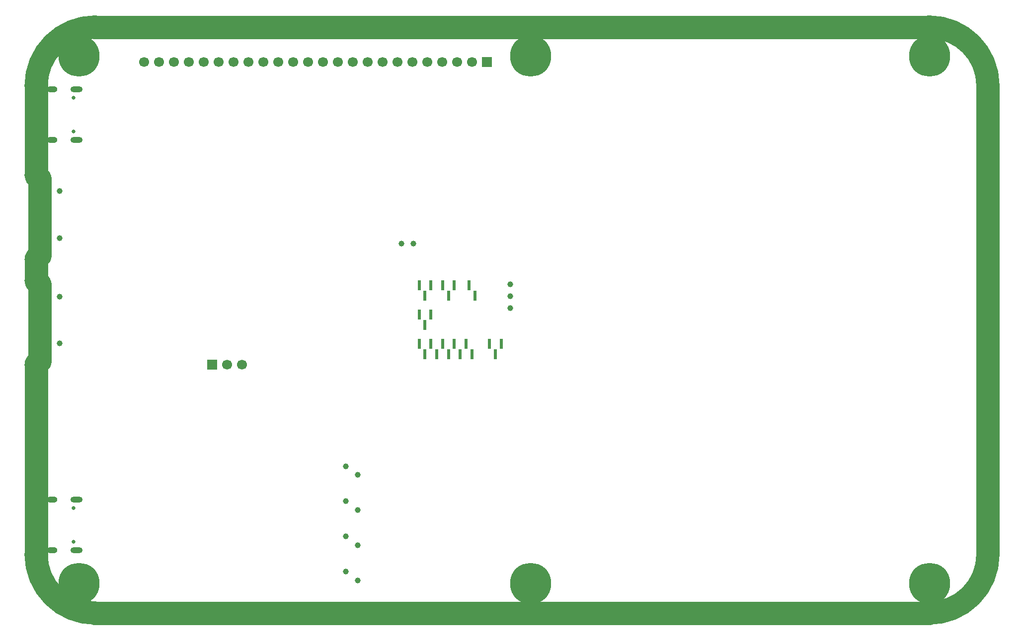
<source format=gbs>
%TF.GenerationSoftware,KiCad,Pcbnew,9.0.2-9.0.2-0~ubuntu24.04.1*%
%TF.CreationDate,2025-07-21T15:48:32-04:00*%
%TF.ProjectId,digital,64696769-7461-46c2-9e6b-696361645f70,rev?*%
%TF.SameCoordinates,Original*%
%TF.FileFunction,Soldermask,Bot*%
%TF.FilePolarity,Negative*%
%FSLAX46Y46*%
G04 Gerber Fmt 4.6, Leading zero omitted, Abs format (unit mm)*
G04 Created by KiCad (PCBNEW 9.0.2-9.0.2-0~ubuntu24.04.1) date 2025-07-21 15:48:32*
%MOMM*%
%LPD*%
G01*
G04 APERTURE LIST*
%ADD10C,4.000000*%
%ADD11C,0.650000*%
%ADD12O,2.100000X1.000000*%
%ADD13O,1.800000X1.000000*%
%ADD14C,4.700000*%
%ADD15C,7.000000*%
%ADD16C,1.000000*%
%ADD17R,1.700000X1.700000*%
%ADD18C,1.700000*%
%ADD19R,0.600000X1.750000*%
G04 APERTURE END LIST*
D10*
X52728932Y-89671068D02*
X52728932Y-93371068D01*
X214928932Y-140071068D02*
X214928932Y-60071068D01*
X62728932Y-150071068D02*
X204928932Y-150071068D01*
X204928932Y-50071068D02*
G75*
G02*
X214928932Y-60071068I-32J-10000032D01*
G01*
X53028932Y-75671068D02*
G75*
G02*
X53328932Y-75971068I-32J-300032D01*
G01*
X52728932Y-107671068D02*
G75*
G02*
X53028932Y-107371132I299968J-32D01*
G01*
X52728932Y-107671068D02*
X52728932Y-140071068D01*
X53028932Y-93671068D02*
G75*
G02*
X52728932Y-93371068I-32J299968D01*
G01*
X52728932Y-60071068D02*
X52728932Y-75371068D01*
X53328932Y-107071068D02*
G75*
G02*
X53028932Y-107371132I-300032J-32D01*
G01*
X52728932Y-60071068D02*
G75*
G02*
X62728932Y-50071072I9999998J-2D01*
G01*
X214928932Y-140071068D02*
G75*
G02*
X204928932Y-150071072I-10000002J-2D01*
G01*
X53028932Y-93671068D02*
G75*
G02*
X53328932Y-93971068I-32J-300032D01*
G01*
X53328932Y-75971068D02*
X53328932Y-89071068D01*
X204928932Y-50071068D02*
X62728932Y-50071068D01*
X52728932Y-89671068D02*
G75*
G02*
X53028932Y-89371132I299968J-32D01*
G01*
X53328932Y-89071068D02*
G75*
G02*
X53028932Y-89371132I-300032J-32D01*
G01*
X62728932Y-150071068D02*
G75*
G02*
X52728932Y-140071068I-2J9999998D01*
G01*
X53328932Y-93971068D02*
X53328932Y-107071068D01*
X53028932Y-75671068D02*
G75*
G02*
X52728932Y-75371068I-32J299968D01*
G01*
D11*
%TO.C,J19*%
X59105000Y-132110000D03*
X59105000Y-137890000D03*
D12*
X59605000Y-130680000D03*
D13*
X55425000Y-130680000D03*
D12*
X59605000Y-139320000D03*
D13*
X55425000Y-139320000D03*
%TD*%
D14*
%TO.C,H5*%
X205000000Y-55000000D03*
D15*
X205000000Y-55000000D03*
%TD*%
D14*
%TO.C,H6*%
X205000000Y-145000000D03*
D15*
X205000000Y-145000000D03*
%TD*%
D14*
%TO.C,H3*%
X137000000Y-145000000D03*
D15*
X137000000Y-145000000D03*
%TD*%
D14*
%TO.C,H4*%
X137000000Y-55000000D03*
D15*
X137000000Y-55000000D03*
%TD*%
D16*
%TO.C,TP2*%
X133500000Y-96000000D03*
%TD*%
%TO.C,TP3*%
X133500000Y-94000000D03*
%TD*%
%TO.C,TP1*%
X133500000Y-98000000D03*
%TD*%
D11*
%TO.C,J20*%
X59105000Y-62110000D03*
X59105000Y-67890000D03*
D12*
X59605000Y-60680000D03*
D13*
X55425000Y-60680000D03*
D12*
X59605000Y-69320000D03*
D13*
X55425000Y-69320000D03*
%TD*%
D16*
%TO.C,J16*%
X56750000Y-96050000D03*
X56750000Y-104050000D03*
%TD*%
D14*
%TO.C,H2*%
X60000000Y-145000000D03*
D15*
X60000000Y-145000000D03*
%TD*%
D14*
%TO.C,H1*%
X60000000Y-55000000D03*
D15*
X60000000Y-55000000D03*
%TD*%
D17*
%TO.C,J45*%
X129540000Y-56000000D03*
D18*
X127000000Y-56000000D03*
X124460000Y-56000000D03*
X121920000Y-56000000D03*
X119380000Y-56000000D03*
X116840000Y-56000000D03*
X114300000Y-56000000D03*
X111760000Y-56000000D03*
X109220000Y-56000000D03*
X106680000Y-56000000D03*
X104140000Y-56000000D03*
X101600000Y-56000000D03*
X99060000Y-56000000D03*
X96520000Y-56000000D03*
X93980000Y-56000000D03*
X91440000Y-56000000D03*
X88900000Y-56000000D03*
X86360000Y-56000000D03*
X83820000Y-56000000D03*
X81280000Y-56000000D03*
X78740000Y-56000000D03*
X76200000Y-56000000D03*
X73660000Y-56000000D03*
X71120000Y-56000000D03*
%TD*%
D17*
%TO.C,J17*%
X82760000Y-107700000D03*
D18*
X85300000Y-107700000D03*
X87840000Y-107700000D03*
%TD*%
D16*
%TO.C,J18*%
X56750000Y-78050000D03*
X56750000Y-86050000D03*
%TD*%
%TO.C,TP46*%
X115000000Y-87000000D03*
%TD*%
D19*
%TO.C,J12*%
X118000000Y-104125000D03*
X119000000Y-105875000D03*
X120000000Y-104125000D03*
X121000000Y-105875000D03*
X122000000Y-104125000D03*
X123000000Y-105875000D03*
X124000000Y-104125000D03*
X125000000Y-105875000D03*
X126000000Y-104125000D03*
X127000000Y-105875000D03*
%TD*%
D16*
%TO.C,TP45*%
X117000000Y-87000000D03*
%TD*%
%TO.C,TP5*%
X105500000Y-143000000D03*
%TD*%
%TO.C,TP6*%
X107500000Y-144500000D03*
%TD*%
%TO.C,TP25*%
X105500000Y-131000000D03*
%TD*%
%TO.C,TP36*%
X107500000Y-126500000D03*
%TD*%
D19*
%TO.C,J15*%
X130000000Y-104125000D03*
X131000000Y-105875000D03*
X132000000Y-104125000D03*
%TD*%
%TO.C,J11*%
X122000000Y-94125000D03*
X123000000Y-95875000D03*
X124000000Y-94125000D03*
%TD*%
D16*
%TO.C,TP16*%
X107500000Y-138500000D03*
%TD*%
D19*
%TO.C,J14*%
X126500000Y-94125000D03*
X127500000Y-95875000D03*
%TD*%
%TO.C,J10*%
X118000000Y-94125000D03*
X119000000Y-95875000D03*
X120000000Y-94125000D03*
%TD*%
D16*
%TO.C,TP34*%
X105500000Y-125000000D03*
%TD*%
%TO.C,TP27*%
X107500000Y-132500000D03*
%TD*%
D19*
%TO.C,J13*%
X118000000Y-99125000D03*
X119000000Y-100875000D03*
X120000000Y-99125000D03*
%TD*%
D16*
%TO.C,TP14*%
X105500000Y-137000000D03*
%TD*%
M02*

</source>
